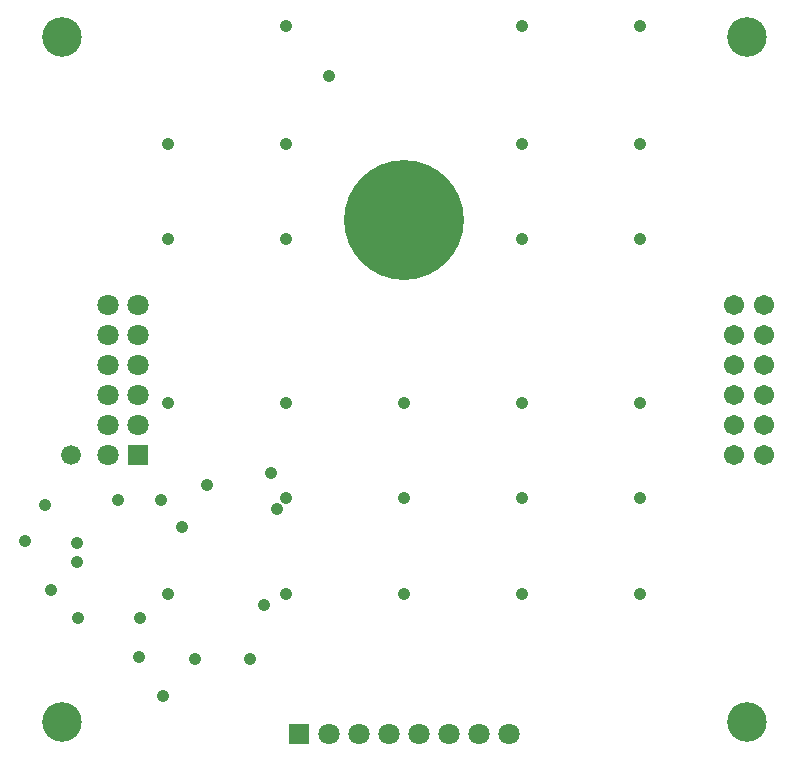
<source format=gbr>
G04 DesignSpark PCB PRO Gerber Version 10.0 Build 5299*
G04 #@! TF.Part,Single*
G04 #@! TF.FileFunction,Soldermask,Bot*
G04 #@! TF.FilePolarity,Negative*
%FSLAX36Y36*%
%MOIN*%
G04 #@! TA.AperFunction,ComponentPad*
%ADD20R,0.07096X0.07096*%
G04 #@! TA.AperFunction,ViaPad*
%ADD70C,0.04143*%
%ADD114C,0.06600*%
G04 #@! TA.AperFunction,ComponentPad*
%ADD22C,0.06702*%
%ADD21C,0.07096*%
G04 #@! TA.AperFunction,WasherPad*
%ADD71C,0.13198*%
G04 #@! TA.AperFunction,ComponentPad*
%ADD117C,0.39970*%
G04 #@! TD.AperFunction*
X0Y0D02*
D02*
D70*
X157480Y845472D03*
X224409Y964567D03*
X242520Y680709D03*
X330709Y775591D03*
Y838583D03*
X332677Y586614D03*
X468504Y980315D03*
X538189Y456693D03*
X539370Y586614D03*
X610669Y980315D03*
X618110Y326772D03*
X633858Y669291D03*
Y1303150D03*
Y1850394D03*
Y2169291D03*
X681102Y889764D03*
X724409Y452756D03*
X763780Y1031496D03*
X905512Y452756D03*
X952756Y629921D03*
X976378Y1070866D03*
X996063Y952756D03*
X1027559Y669291D03*
Y988189D03*
Y1303150D03*
Y1850394D03*
Y2169291D03*
Y2562992D03*
X1169291Y2393701D03*
X1421260Y669291D03*
Y988189D03*
Y1303150D03*
X1814961Y669291D03*
Y988189D03*
Y1303150D03*
Y1850394D03*
Y2169291D03*
Y2562992D03*
X2208661Y669291D03*
Y988189D03*
Y1303150D03*
Y1850394D03*
Y2169291D03*
Y2562992D03*
D02*
D71*
X279528Y240157D03*
Y2523622D03*
X2562992Y240157D03*
Y2523622D03*
D02*
D20*
X535433Y1131890D03*
X1070866Y200787D03*
D02*
D21*
X435433Y1131890D03*
Y1231890D03*
Y1331890D03*
Y1431890D03*
Y1531890D03*
Y1631890D03*
X535433Y1231890D03*
Y1331890D03*
Y1431890D03*
Y1531890D03*
Y1631890D03*
X1170866Y200787D03*
X1270866D03*
X1370866D03*
X1470866D03*
X1570866D03*
X1670866D03*
X1770866D03*
D02*
D22*
X2522047Y1131890D03*
Y1231890D03*
Y1331890D03*
Y1431890D03*
Y1531890D03*
Y1631890D03*
X2622047Y1131890D03*
Y1231890D03*
Y1331890D03*
Y1431890D03*
Y1531890D03*
Y1631890D03*
D02*
D114*
X311024Y1131890D03*
D02*
D117*
X1421260Y1915157D03*
X0Y0D02*
M02*

</source>
